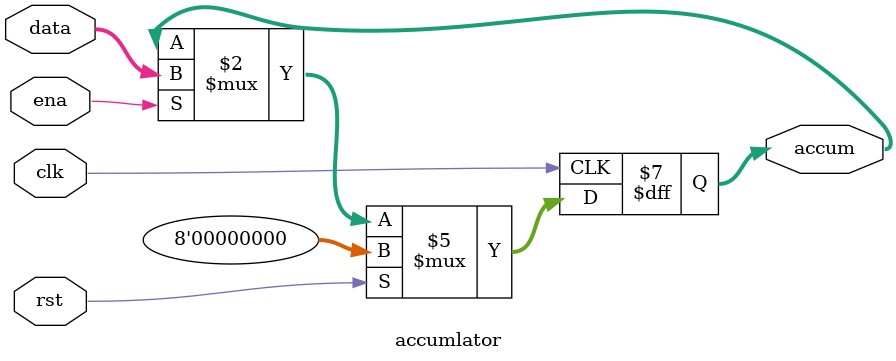
<source format=v>
module accumlator(accum,data,ena,clk,rst);
   output [7:0] accum;
   input [7:0] 	data;
   input 	ena,clk,rst;
   
   reg [7:0] 	accum;

   always @ (posedge clk)
     begin
	if(rst)
	  accum <= 8'h00;
	else if(ena)
	  accum <= data;
     end
endmodule // accumlator

</source>
